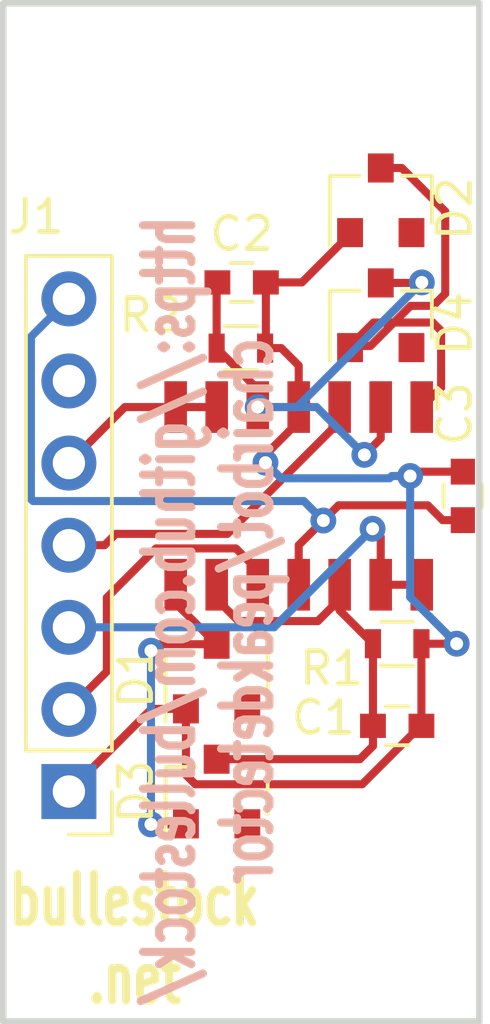
<source format=kicad_pcb>
(kicad_pcb (version 20171130) (host pcbnew 5.0.0-fee4fd1~66~ubuntu16.04.1)

  (general
    (thickness 1.6)
    (drawings 7)
    (tracks 118)
    (zones 0)
    (modules 13)
    (nets 11)
  )

  (page A4)
  (layers
    (0 F.Cu signal)
    (31 B.Cu signal)
    (32 B.Adhes user)
    (33 F.Adhes user)
    (34 B.Paste user)
    (35 F.Paste user)
    (36 B.SilkS user)
    (37 F.SilkS user)
    (38 B.Mask user)
    (39 F.Mask user)
    (40 Dwgs.User user)
    (41 Cmts.User user)
    (42 Eco1.User user)
    (43 Eco2.User user)
    (44 Edge.Cuts user)
    (45 Margin user)
    (46 B.CrtYd user)
    (47 F.CrtYd user)
    (48 B.Fab user)
    (49 F.Fab user)
  )

  (setup
    (last_trace_width 0.25)
    (trace_clearance 0.2)
    (zone_clearance 0.508)
    (zone_45_only no)
    (trace_min 0.2)
    (segment_width 0.2)
    (edge_width 0.15)
    (via_size 0.8)
    (via_drill 0.4)
    (via_min_size 0.4)
    (via_min_drill 0.3)
    (uvia_size 0.3)
    (uvia_drill 0.1)
    (uvias_allowed no)
    (uvia_min_size 0.2)
    (uvia_min_drill 0.1)
    (pcb_text_width 0.3)
    (pcb_text_size 1.5 1.5)
    (mod_edge_width 0.15)
    (mod_text_size 1 1)
    (mod_text_width 0.15)
    (pad_size 1.524 1.524)
    (pad_drill 0.762)
    (pad_to_mask_clearance 0.2)
    (aux_axis_origin 0 0)
    (visible_elements FFFFFF7F)
    (pcbplotparams
      (layerselection 0x010fc_ffffffff)
      (usegerberextensions false)
      (usegerberattributes false)
      (usegerberadvancedattributes false)
      (creategerberjobfile false)
      (excludeedgelayer true)
      (linewidth 0.100000)
      (plotframeref false)
      (viasonmask false)
      (mode 1)
      (useauxorigin false)
      (hpglpennumber 1)
      (hpglpenspeed 20)
      (hpglpendiameter 15.000000)
      (psnegative false)
      (psa4output false)
      (plotreference true)
      (plotvalue true)
      (plotinvisibletext false)
      (padsonsilk false)
      (subtractmaskfromsilk false)
      (outputformat 1)
      (mirror false)
      (drillshape 1)
      (scaleselection 1)
      (outputdirectory ""))
  )

  (net 0 "")
  (net 1 "Net-(C1-Pad1)")
  (net 2 GND)
  (net 3 "Net-(C2-Pad1)")
  (net 4 +5V)
  (net 5 "Net-(D1-Pad1)")
  (net 6 "Net-(D2-Pad1)")
  (net 7 "Net-(J1-Pad5)")
  (net 8 "Net-(J1-Pad4)")
  (net 9 "Net-(J1-Pad3)")
  (net 10 "Net-(J1-Pad2)")

  (net_class Default "This is the default net class."
    (clearance 0.2)
    (trace_width 0.25)
    (via_dia 0.8)
    (via_drill 0.4)
    (uvia_dia 0.3)
    (uvia_drill 0.1)
    (add_net +5V)
    (add_net GND)
    (add_net "Net-(C1-Pad1)")
    (add_net "Net-(C2-Pad1)")
    (add_net "Net-(D1-Pad1)")
    (add_net "Net-(D2-Pad1)")
    (add_net "Net-(J1-Pad2)")
    (add_net "Net-(J1-Pad3)")
    (add_net "Net-(J1-Pad4)")
    (add_net "Net-(J1-Pad5)")
  )

  (module Capacitors_SMD:C_0603 (layer F.Cu) (tedit 5B76F78A) (tstamp 5B76F2FA)
    (at 155.956 113.284)
    (descr "Capacitor SMD 0603, reflow soldering, AVX (see smccp.pdf)")
    (tags "capacitor 0603")
    (path /5B76ED30)
    (attr smd)
    (fp_text reference C1 (at -2.286 -0.254) (layer F.SilkS)
      (effects (font (size 1 1) (thickness 0.15)))
    )
    (fp_text value 220n (at 0 1.5) (layer F.Fab) hide
      (effects (font (size 1 1) (thickness 0.15)))
    )
    (fp_text user %R (at 0 0) (layer F.Fab)
      (effects (font (size 0.3 0.3) (thickness 0.075)))
    )
    (fp_line (start -0.8 0.4) (end -0.8 -0.4) (layer F.Fab) (width 0.1))
    (fp_line (start 0.8 0.4) (end -0.8 0.4) (layer F.Fab) (width 0.1))
    (fp_line (start 0.8 -0.4) (end 0.8 0.4) (layer F.Fab) (width 0.1))
    (fp_line (start -0.8 -0.4) (end 0.8 -0.4) (layer F.Fab) (width 0.1))
    (fp_line (start -0.35 -0.6) (end 0.35 -0.6) (layer F.SilkS) (width 0.12))
    (fp_line (start 0.35 0.6) (end -0.35 0.6) (layer F.SilkS) (width 0.12))
    (fp_line (start -1.4 -0.65) (end 1.4 -0.65) (layer F.CrtYd) (width 0.05))
    (fp_line (start -1.4 -0.65) (end -1.4 0.65) (layer F.CrtYd) (width 0.05))
    (fp_line (start 1.4 0.65) (end 1.4 -0.65) (layer F.CrtYd) (width 0.05))
    (fp_line (start 1.4 0.65) (end -1.4 0.65) (layer F.CrtYd) (width 0.05))
    (pad 1 smd rect (at -0.75 0) (size 0.8 0.75) (layers F.Cu F.Paste F.Mask)
      (net 1 "Net-(C1-Pad1)"))
    (pad 2 smd rect (at 0.75 0) (size 0.8 0.75) (layers F.Cu F.Paste F.Mask)
      (net 2 GND))
    (model Capacitors_SMD.3dshapes/C_0603.wrl
      (at (xyz 0 0 0))
      (scale (xyz 1 1 1))
      (rotate (xyz 0 0 0))
    )
  )

  (module Capacitors_SMD:C_0603 (layer F.Cu) (tedit 59958EE7) (tstamp 5B773703)
    (at 151.142 99.568)
    (descr "Capacitor SMD 0603, reflow soldering, AVX (see smccp.pdf)")
    (tags "capacitor 0603")
    (path /5B7719CF)
    (attr smd)
    (fp_text reference C2 (at 0 -1.5) (layer F.SilkS)
      (effects (font (size 1 1) (thickness 0.15)))
    )
    (fp_text value 220n (at 0 1.5) (layer F.Fab)
      (effects (font (size 1 1) (thickness 0.15)))
    )
    (fp_text user %R (at 0.242 0) (layer F.Fab)
      (effects (font (size 0.3 0.3) (thickness 0.075)))
    )
    (fp_line (start -0.8 0.4) (end -0.8 -0.4) (layer F.Fab) (width 0.1))
    (fp_line (start 0.8 0.4) (end -0.8 0.4) (layer F.Fab) (width 0.1))
    (fp_line (start 0.8 -0.4) (end 0.8 0.4) (layer F.Fab) (width 0.1))
    (fp_line (start -0.8 -0.4) (end 0.8 -0.4) (layer F.Fab) (width 0.1))
    (fp_line (start -0.35 -0.6) (end 0.35 -0.6) (layer F.SilkS) (width 0.12))
    (fp_line (start 0.35 0.6) (end -0.35 0.6) (layer F.SilkS) (width 0.12))
    (fp_line (start -1.4 -0.65) (end 1.4 -0.65) (layer F.CrtYd) (width 0.05))
    (fp_line (start -1.4 -0.65) (end -1.4 0.65) (layer F.CrtYd) (width 0.05))
    (fp_line (start 1.4 0.65) (end 1.4 -0.65) (layer F.CrtYd) (width 0.05))
    (fp_line (start 1.4 0.65) (end -1.4 0.65) (layer F.CrtYd) (width 0.05))
    (pad 1 smd rect (at -0.75 0) (size 0.8 0.75) (layers F.Cu F.Paste F.Mask)
      (net 3 "Net-(C2-Pad1)"))
    (pad 2 smd rect (at 0.75 0) (size 0.8 0.75) (layers F.Cu F.Paste F.Mask)
      (net 2 GND))
    (model Capacitors_SMD.3dshapes/C_0603.wrl
      (at (xyz 0 0 0))
      (scale (xyz 1 1 1))
      (rotate (xyz 0 0 0))
    )
  )

  (module Capacitors_SMD:C_0603 (layer F.Cu) (tedit 5B76F73A) (tstamp 5B76F31C)
    (at 157.988 106.172 90)
    (descr "Capacitor SMD 0603, reflow soldering, AVX (see smccp.pdf)")
    (tags "capacitor 0603")
    (path /5B76F5D9)
    (attr smd)
    (fp_text reference C3 (at 2.54 -0.254 90) (layer F.SilkS)
      (effects (font (size 1 1) (thickness 0.15)))
    )
    (fp_text value 220n (at 3.302 0 90) (layer F.Fab) hide
      (effects (font (size 1 1) (thickness 0.15)))
    )
    (fp_line (start 1.4 0.65) (end -1.4 0.65) (layer F.CrtYd) (width 0.05))
    (fp_line (start 1.4 0.65) (end 1.4 -0.65) (layer F.CrtYd) (width 0.05))
    (fp_line (start -1.4 -0.65) (end -1.4 0.65) (layer F.CrtYd) (width 0.05))
    (fp_line (start -1.4 -0.65) (end 1.4 -0.65) (layer F.CrtYd) (width 0.05))
    (fp_line (start 0.35 0.6) (end -0.35 0.6) (layer F.SilkS) (width 0.12))
    (fp_line (start -0.35 -0.6) (end 0.35 -0.6) (layer F.SilkS) (width 0.12))
    (fp_line (start -0.8 -0.4) (end 0.8 -0.4) (layer F.Fab) (width 0.1))
    (fp_line (start 0.8 -0.4) (end 0.8 0.4) (layer F.Fab) (width 0.1))
    (fp_line (start 0.8 0.4) (end -0.8 0.4) (layer F.Fab) (width 0.1))
    (fp_line (start -0.8 0.4) (end -0.8 -0.4) (layer F.Fab) (width 0.1))
    (fp_text user %R (at 0 0 90) (layer F.Fab)
      (effects (font (size 0.3 0.3) (thickness 0.075)))
    )
    (pad 2 smd rect (at 0.75 0 90) (size 0.8 0.75) (layers F.Cu F.Paste F.Mask)
      (net 2 GND))
    (pad 1 smd rect (at -0.75 0 90) (size 0.8 0.75) (layers F.Cu F.Paste F.Mask)
      (net 4 +5V))
    (model Capacitors_SMD.3dshapes/C_0603.wrl
      (at (xyz 0 0 0))
      (scale (xyz 1 1 1))
      (rotate (xyz 0 0 0))
    )
  )

  (module Diodes_SMD:D_SOT-23_ANK (layer F.Cu) (tedit 5B76F72E) (tstamp 5B76F336)
    (at 150.368 111.76 90)
    (descr "SOT-23, Single Diode")
    (tags SOT-23)
    (path /5B76EC56)
    (attr smd)
    (fp_text reference D1 (at 0 -2.5 90) (layer F.SilkS)
      (effects (font (size 1 1) (thickness 0.15)))
    )
    (fp_text value BAT54 (at 0 2.5 90) (layer F.Fab) hide
      (effects (font (size 1 1) (thickness 0.15)))
    )
    (fp_line (start 0.76 1.58) (end -0.7 1.58) (layer F.SilkS) (width 0.12))
    (fp_line (start -0.7 -1.52) (end -0.7 1.52) (layer F.Fab) (width 0.1))
    (fp_line (start -0.7 -1.52) (end 0.7 -1.52) (layer F.Fab) (width 0.1))
    (fp_line (start 0.76 -1.58) (end -1.4 -1.58) (layer F.SilkS) (width 0.12))
    (fp_line (start -1.7 1.75) (end -1.7 -1.75) (layer F.CrtYd) (width 0.05))
    (fp_line (start 1.7 1.75) (end -1.7 1.75) (layer F.CrtYd) (width 0.05))
    (fp_line (start 1.7 -1.75) (end 1.7 1.75) (layer F.CrtYd) (width 0.05))
    (fp_line (start -1.7 -1.75) (end 1.7 -1.75) (layer F.CrtYd) (width 0.05))
    (fp_line (start -0.7 1.52) (end 0.7 1.52) (layer F.Fab) (width 0.1))
    (fp_line (start 0.7 -1.52) (end 0.7 1.52) (layer F.Fab) (width 0.1))
    (fp_line (start 0.76 -1.58) (end 0.76 -0.65) (layer F.SilkS) (width 0.12))
    (fp_line (start 0.76 1.58) (end 0.76 0.65) (layer F.SilkS) (width 0.12))
    (fp_line (start 0.15 -0.65) (end 0.15 -0.25) (layer F.Fab) (width 0.1))
    (fp_line (start 0.15 -0.45) (end 0.4 -0.45) (layer F.Fab) (width 0.1))
    (fp_line (start 0.15 -0.45) (end -0.15 -0.65) (layer F.Fab) (width 0.1))
    (fp_line (start -0.15 -0.65) (end -0.15 -0.25) (layer F.Fab) (width 0.1))
    (fp_line (start -0.15 -0.25) (end 0.15 -0.45) (layer F.Fab) (width 0.1))
    (fp_line (start -0.15 -0.45) (end -0.4 -0.45) (layer F.Fab) (width 0.1))
    (fp_text user %R (at 0 -2.5 90) (layer F.Fab)
      (effects (font (size 1 1) (thickness 0.15)))
    )
    (pad 1 smd rect (at 1 0 90) (size 0.9 0.8) (layers F.Cu F.Paste F.Mask)
      (net 5 "Net-(D1-Pad1)"))
    (pad "" smd rect (at -1 0.95 90) (size 0.9 0.8) (layers F.Cu F.Paste F.Mask))
    (pad 2 smd rect (at -1 -0.95 90) (size 0.9 0.8) (layers F.Cu F.Paste F.Mask)
      (net 2 GND))
    (model ${KISYS3DMOD}/Diodes_SMD.3dshapes/D_SOT-23.wrl
      (at (xyz 0 0 0))
      (scale (xyz 1 1 1))
      (rotate (xyz 0 0 0))
    )
  )

  (module Diodes_SMD:D_SOT-23_ANK (layer F.Cu) (tedit 5B76F74B) (tstamp 5B76F350)
    (at 155.448 97.028 90)
    (descr "SOT-23, Single Diode")
    (tags SOT-23)
    (path /5B7715B3)
    (attr smd)
    (fp_text reference D2 (at -0.254 2.286 90) (layer F.SilkS)
      (effects (font (size 1 1) (thickness 0.15)))
    )
    (fp_text value BAT54 (at 0 2.5 90) (layer F.Fab) hide
      (effects (font (size 1 1) (thickness 0.15)))
    )
    (fp_text user %R (at -0.508 2.54 90) (layer F.Fab)
      (effects (font (size 1 1) (thickness 0.15)))
    )
    (fp_line (start -0.15 -0.45) (end -0.4 -0.45) (layer F.Fab) (width 0.1))
    (fp_line (start -0.15 -0.25) (end 0.15 -0.45) (layer F.Fab) (width 0.1))
    (fp_line (start -0.15 -0.65) (end -0.15 -0.25) (layer F.Fab) (width 0.1))
    (fp_line (start 0.15 -0.45) (end -0.15 -0.65) (layer F.Fab) (width 0.1))
    (fp_line (start 0.15 -0.45) (end 0.4 -0.45) (layer F.Fab) (width 0.1))
    (fp_line (start 0.15 -0.65) (end 0.15 -0.25) (layer F.Fab) (width 0.1))
    (fp_line (start 0.76 1.58) (end 0.76 0.65) (layer F.SilkS) (width 0.12))
    (fp_line (start 0.76 -1.58) (end 0.76 -0.65) (layer F.SilkS) (width 0.12))
    (fp_line (start 0.7 -1.52) (end 0.7 1.52) (layer F.Fab) (width 0.1))
    (fp_line (start -0.7 1.52) (end 0.7 1.52) (layer F.Fab) (width 0.1))
    (fp_line (start -1.7 -1.75) (end 1.7 -1.75) (layer F.CrtYd) (width 0.05))
    (fp_line (start 1.7 -1.75) (end 1.7 1.75) (layer F.CrtYd) (width 0.05))
    (fp_line (start 1.7 1.75) (end -1.7 1.75) (layer F.CrtYd) (width 0.05))
    (fp_line (start -1.7 1.75) (end -1.7 -1.75) (layer F.CrtYd) (width 0.05))
    (fp_line (start 0.76 -1.58) (end -1.4 -1.58) (layer F.SilkS) (width 0.12))
    (fp_line (start -0.7 -1.52) (end 0.7 -1.52) (layer F.Fab) (width 0.1))
    (fp_line (start -0.7 -1.52) (end -0.7 1.52) (layer F.Fab) (width 0.1))
    (fp_line (start 0.76 1.58) (end -0.7 1.58) (layer F.SilkS) (width 0.12))
    (pad 2 smd rect (at -1 -0.95 90) (size 0.9 0.8) (layers F.Cu F.Paste F.Mask)
      (net 2 GND))
    (pad "" smd rect (at -1 0.95 90) (size 0.9 0.8) (layers F.Cu F.Paste F.Mask))
    (pad 1 smd rect (at 1 0 90) (size 0.9 0.8) (layers F.Cu F.Paste F.Mask)
      (net 6 "Net-(D2-Pad1)"))
    (model ${KISYS3DMOD}/Diodes_SMD.3dshapes/D_SOT-23.wrl
      (at (xyz 0 0 0))
      (scale (xyz 1 1 1))
      (rotate (xyz 0 0 0))
    )
  )

  (module Diodes_SMD:D_SOT-23_ANK (layer F.Cu) (tedit 5B76F728) (tstamp 5B76F36A)
    (at 150.368 115.316 90)
    (descr "SOT-23, Single Diode")
    (tags SOT-23)
    (path /5B76ECC1)
    (attr smd)
    (fp_text reference D3 (at 0 -2.5 90) (layer F.SilkS)
      (effects (font (size 1 1) (thickness 0.15)))
    )
    (fp_text value BAT54 (at 0 2.5 90) (layer F.Fab) hide
      (effects (font (size 1 1) (thickness 0.15)))
    )
    (fp_text user %R (at 0 -2.5 90) (layer F.Fab)
      (effects (font (size 1 1) (thickness 0.15)))
    )
    (fp_line (start -0.15 -0.45) (end -0.4 -0.45) (layer F.Fab) (width 0.1))
    (fp_line (start -0.15 -0.25) (end 0.15 -0.45) (layer F.Fab) (width 0.1))
    (fp_line (start -0.15 -0.65) (end -0.15 -0.25) (layer F.Fab) (width 0.1))
    (fp_line (start 0.15 -0.45) (end -0.15 -0.65) (layer F.Fab) (width 0.1))
    (fp_line (start 0.15 -0.45) (end 0.4 -0.45) (layer F.Fab) (width 0.1))
    (fp_line (start 0.15 -0.65) (end 0.15 -0.25) (layer F.Fab) (width 0.1))
    (fp_line (start 0.76 1.58) (end 0.76 0.65) (layer F.SilkS) (width 0.12))
    (fp_line (start 0.76 -1.58) (end 0.76 -0.65) (layer F.SilkS) (width 0.12))
    (fp_line (start 0.7 -1.52) (end 0.7 1.52) (layer F.Fab) (width 0.1))
    (fp_line (start -0.7 1.52) (end 0.7 1.52) (layer F.Fab) (width 0.1))
    (fp_line (start -1.7 -1.75) (end 1.7 -1.75) (layer F.CrtYd) (width 0.05))
    (fp_line (start 1.7 -1.75) (end 1.7 1.75) (layer F.CrtYd) (width 0.05))
    (fp_line (start 1.7 1.75) (end -1.7 1.75) (layer F.CrtYd) (width 0.05))
    (fp_line (start -1.7 1.75) (end -1.7 -1.75) (layer F.CrtYd) (width 0.05))
    (fp_line (start 0.76 -1.58) (end -1.4 -1.58) (layer F.SilkS) (width 0.12))
    (fp_line (start -0.7 -1.52) (end 0.7 -1.52) (layer F.Fab) (width 0.1))
    (fp_line (start -0.7 -1.52) (end -0.7 1.52) (layer F.Fab) (width 0.1))
    (fp_line (start 0.76 1.58) (end -0.7 1.58) (layer F.SilkS) (width 0.12))
    (pad 2 smd rect (at -1 -0.95 90) (size 0.9 0.8) (layers F.Cu F.Paste F.Mask)
      (net 5 "Net-(D1-Pad1)"))
    (pad "" smd rect (at -1 0.95 90) (size 0.9 0.8) (layers F.Cu F.Paste F.Mask))
    (pad 1 smd rect (at 1 0 90) (size 0.9 0.8) (layers F.Cu F.Paste F.Mask)
      (net 1 "Net-(C1-Pad1)"))
    (model ${KISYS3DMOD}/Diodes_SMD.3dshapes/D_SOT-23.wrl
      (at (xyz 0 0 0))
      (scale (xyz 1 1 1))
      (rotate (xyz 0 0 0))
    )
  )

  (module Diodes_SMD:D_SOT-23_ANK (layer F.Cu) (tedit 5B76F71B) (tstamp 5B76F384)
    (at 155.448 100.584 90)
    (descr "SOT-23, Single Diode")
    (tags SOT-23)
    (path /5B771542)
    (attr smd)
    (fp_text reference D4 (at -0.254 2.286 90) (layer F.SilkS)
      (effects (font (size 1 1) (thickness 0.15)))
    )
    (fp_text value BAT54 (at 0 2.5 90) (layer F.Fab) hide
      (effects (font (size 1 1) (thickness 0.15)))
    )
    (fp_line (start 0.76 1.58) (end -0.7 1.58) (layer F.SilkS) (width 0.12))
    (fp_line (start -0.7 -1.52) (end -0.7 1.52) (layer F.Fab) (width 0.1))
    (fp_line (start -0.7 -1.52) (end 0.7 -1.52) (layer F.Fab) (width 0.1))
    (fp_line (start 0.76 -1.58) (end -1.4 -1.58) (layer F.SilkS) (width 0.12))
    (fp_line (start -1.7 1.75) (end -1.7 -1.75) (layer F.CrtYd) (width 0.05))
    (fp_line (start 1.7 1.75) (end -1.7 1.75) (layer F.CrtYd) (width 0.05))
    (fp_line (start 1.7 -1.75) (end 1.7 1.75) (layer F.CrtYd) (width 0.05))
    (fp_line (start -1.7 -1.75) (end 1.7 -1.75) (layer F.CrtYd) (width 0.05))
    (fp_line (start -0.7 1.52) (end 0.7 1.52) (layer F.Fab) (width 0.1))
    (fp_line (start 0.7 -1.52) (end 0.7 1.52) (layer F.Fab) (width 0.1))
    (fp_line (start 0.76 -1.58) (end 0.76 -0.65) (layer F.SilkS) (width 0.12))
    (fp_line (start 0.76 1.58) (end 0.76 0.65) (layer F.SilkS) (width 0.12))
    (fp_line (start 0.15 -0.65) (end 0.15 -0.25) (layer F.Fab) (width 0.1))
    (fp_line (start 0.15 -0.45) (end 0.4 -0.45) (layer F.Fab) (width 0.1))
    (fp_line (start 0.15 -0.45) (end -0.15 -0.65) (layer F.Fab) (width 0.1))
    (fp_line (start -0.15 -0.65) (end -0.15 -0.25) (layer F.Fab) (width 0.1))
    (fp_line (start -0.15 -0.25) (end 0.15 -0.45) (layer F.Fab) (width 0.1))
    (fp_line (start -0.15 -0.45) (end -0.4 -0.45) (layer F.Fab) (width 0.1))
    (fp_text user %R (at -0.254 2.54 90) (layer F.Fab)
      (effects (font (size 1 1) (thickness 0.15)))
    )
    (pad 1 smd rect (at 1 0 90) (size 0.9 0.8) (layers F.Cu F.Paste F.Mask)
      (net 3 "Net-(C2-Pad1)"))
    (pad "" smd rect (at -1 0.95 90) (size 0.9 0.8) (layers F.Cu F.Paste F.Mask))
    (pad 2 smd rect (at -1 -0.95 90) (size 0.9 0.8) (layers F.Cu F.Paste F.Mask)
      (net 6 "Net-(D2-Pad1)"))
    (model ${KISYS3DMOD}/Diodes_SMD.3dshapes/D_SOT-23.wrl
      (at (xyz 0 0 0))
      (scale (xyz 1 1 1))
      (rotate (xyz 0 0 0))
    )
  )

  (module Pin_Headers:Pin_Header_Straight_1x07_Pitch2.54mm (layer F.Cu) (tedit 5B76F6F3) (tstamp 5B76F39F)
    (at 145.796 115.316 180)
    (descr "Through hole straight pin header, 1x07, 2.54mm pitch, single row")
    (tags "Through hole pin header THT 1x07 2.54mm single row")
    (path /5B76FB68)
    (fp_text reference J1 (at 1.016 17.78 180) (layer F.SilkS)
      (effects (font (size 1 1) (thickness 0.15)))
    )
    (fp_text value Conn_01x07_Male (at 0 17.57 180) (layer F.Fab) hide
      (effects (font (size 1 1) (thickness 0.15)))
    )
    (fp_text user %R (at 0 7.62 270) (layer F.Fab)
      (effects (font (size 1 1) (thickness 0.15)))
    )
    (fp_line (start 1.8 -1.8) (end -1.8 -1.8) (layer F.CrtYd) (width 0.05))
    (fp_line (start 1.8 17.05) (end 1.8 -1.8) (layer F.CrtYd) (width 0.05))
    (fp_line (start -1.8 17.05) (end 1.8 17.05) (layer F.CrtYd) (width 0.05))
    (fp_line (start -1.8 -1.8) (end -1.8 17.05) (layer F.CrtYd) (width 0.05))
    (fp_line (start -1.33 -1.33) (end 0 -1.33) (layer F.SilkS) (width 0.12))
    (fp_line (start -1.33 0) (end -1.33 -1.33) (layer F.SilkS) (width 0.12))
    (fp_line (start -1.33 1.27) (end 1.33 1.27) (layer F.SilkS) (width 0.12))
    (fp_line (start 1.33 1.27) (end 1.33 16.57) (layer F.SilkS) (width 0.12))
    (fp_line (start -1.33 1.27) (end -1.33 16.57) (layer F.SilkS) (width 0.12))
    (fp_line (start -1.33 16.57) (end 1.33 16.57) (layer F.SilkS) (width 0.12))
    (fp_line (start -1.27 -0.635) (end -0.635 -1.27) (layer F.Fab) (width 0.1))
    (fp_line (start -1.27 16.51) (end -1.27 -0.635) (layer F.Fab) (width 0.1))
    (fp_line (start 1.27 16.51) (end -1.27 16.51) (layer F.Fab) (width 0.1))
    (fp_line (start 1.27 -1.27) (end 1.27 16.51) (layer F.Fab) (width 0.1))
    (fp_line (start -0.635 -1.27) (end 1.27 -1.27) (layer F.Fab) (width 0.1))
    (pad 7 thru_hole oval (at 0 15.24 180) (size 1.7 1.7) (drill 1) (layers *.Cu *.Mask)
      (net 4 +5V))
    (pad 6 thru_hole oval (at 0 12.7 180) (size 1.7 1.7) (drill 1) (layers *.Cu *.Mask))
    (pad 5 thru_hole oval (at 0 10.16 180) (size 1.7 1.7) (drill 1) (layers *.Cu *.Mask)
      (net 7 "Net-(J1-Pad5)"))
    (pad 4 thru_hole oval (at 0 7.62 180) (size 1.7 1.7) (drill 1) (layers *.Cu *.Mask)
      (net 8 "Net-(J1-Pad4)"))
    (pad 3 thru_hole oval (at 0 5.08 180) (size 1.7 1.7) (drill 1) (layers *.Cu *.Mask)
      (net 9 "Net-(J1-Pad3)"))
    (pad 2 thru_hole oval (at 0 2.54 180) (size 1.7 1.7) (drill 1) (layers *.Cu *.Mask)
      (net 10 "Net-(J1-Pad2)"))
    (pad 1 thru_hole rect (at 0 0 180) (size 1.7 1.7) (drill 1) (layers *.Cu *.Mask)
      (net 2 GND))
    (model ${KISYS3DMOD}/Pin_Headers.3dshapes/Pin_Header_Straight_1x07_Pitch2.54mm.wrl
      (at (xyz 0 0 0))
      (scale (xyz 1 1 1))
      (rotate (xyz 0 0 0))
    )
  )

  (module Resistors_SMD:R_0603 (layer F.Cu) (tedit 5B76F778) (tstamp 5B76F3B0)
    (at 155.956 110.744)
    (descr "Resistor SMD 0603, reflow soldering, Vishay (see dcrcw.pdf)")
    (tags "resistor 0603")
    (path /5B76ED9A)
    (attr smd)
    (fp_text reference R1 (at -2.032 0.762) (layer F.SilkS)
      (effects (font (size 1 1) (thickness 0.15)))
    )
    (fp_text value 100K (at 0 1.5) (layer F.Fab) hide
      (effects (font (size 1 1) (thickness 0.15)))
    )
    (fp_line (start 1.25 0.7) (end -1.25 0.7) (layer F.CrtYd) (width 0.05))
    (fp_line (start 1.25 0.7) (end 1.25 -0.7) (layer F.CrtYd) (width 0.05))
    (fp_line (start -1.25 -0.7) (end -1.25 0.7) (layer F.CrtYd) (width 0.05))
    (fp_line (start -1.25 -0.7) (end 1.25 -0.7) (layer F.CrtYd) (width 0.05))
    (fp_line (start -0.5 -0.68) (end 0.5 -0.68) (layer F.SilkS) (width 0.12))
    (fp_line (start 0.5 0.68) (end -0.5 0.68) (layer F.SilkS) (width 0.12))
    (fp_line (start -0.8 -0.4) (end 0.8 -0.4) (layer F.Fab) (width 0.1))
    (fp_line (start 0.8 -0.4) (end 0.8 0.4) (layer F.Fab) (width 0.1))
    (fp_line (start 0.8 0.4) (end -0.8 0.4) (layer F.Fab) (width 0.1))
    (fp_line (start -0.8 0.4) (end -0.8 -0.4) (layer F.Fab) (width 0.1))
    (fp_text user %R (at 0 0) (layer F.Fab)
      (effects (font (size 0.4 0.4) (thickness 0.075)))
    )
    (pad 2 smd rect (at 0.75 0) (size 0.5 0.9) (layers F.Cu F.Paste F.Mask)
      (net 2 GND))
    (pad 1 smd rect (at -0.75 0) (size 0.5 0.9) (layers F.Cu F.Paste F.Mask)
      (net 1 "Net-(C1-Pad1)"))
    (model ${KISYS3DMOD}/Resistors_SMD.3dshapes/R_0603.wrl
      (at (xyz 0 0 0))
      (scale (xyz 1 1 1))
      (rotate (xyz 0 0 0))
    )
  )

  (module Resistors_SMD:R_0603 (layer F.Cu) (tedit 58E0A804) (tstamp 5B76F3C1)
    (at 151.118 101.6)
    (descr "Resistor SMD 0603, reflow soldering, Vishay (see dcrcw.pdf)")
    (tags "resistor 0603")
    (path /5B771A39)
    (attr smd)
    (fp_text reference R2 (at -2.782 -1.016) (layer F.SilkS)
      (effects (font (size 1 1) (thickness 0.15)))
    )
    (fp_text value 100K (at 0 1.5) (layer F.Fab)
      (effects (font (size 1 1) (thickness 0.15)))
    )
    (fp_text user %R (at 0 0) (layer F.Fab)
      (effects (font (size 0.4 0.4) (thickness 0.075)))
    )
    (fp_line (start -0.8 0.4) (end -0.8 -0.4) (layer F.Fab) (width 0.1))
    (fp_line (start 0.8 0.4) (end -0.8 0.4) (layer F.Fab) (width 0.1))
    (fp_line (start 0.8 -0.4) (end 0.8 0.4) (layer F.Fab) (width 0.1))
    (fp_line (start -0.8 -0.4) (end 0.8 -0.4) (layer F.Fab) (width 0.1))
    (fp_line (start 0.5 0.68) (end -0.5 0.68) (layer F.SilkS) (width 0.12))
    (fp_line (start -0.5 -0.68) (end 0.5 -0.68) (layer F.SilkS) (width 0.12))
    (fp_line (start -1.25 -0.7) (end 1.25 -0.7) (layer F.CrtYd) (width 0.05))
    (fp_line (start -1.25 -0.7) (end -1.25 0.7) (layer F.CrtYd) (width 0.05))
    (fp_line (start 1.25 0.7) (end 1.25 -0.7) (layer F.CrtYd) (width 0.05))
    (fp_line (start 1.25 0.7) (end -1.25 0.7) (layer F.CrtYd) (width 0.05))
    (pad 1 smd rect (at -0.75 0) (size 0.5 0.9) (layers F.Cu F.Paste F.Mask)
      (net 3 "Net-(C2-Pad1)"))
    (pad 2 smd rect (at 0.75 0) (size 0.5 0.9) (layers F.Cu F.Paste F.Mask)
      (net 2 GND))
    (model ${KISYS3DMOD}/Resistors_SMD.3dshapes/R_0603.wrl
      (at (xyz 0 0 0))
      (scale (xyz 1 1 1))
      (rotate (xyz 0 0 0))
    )
  )

  (module peakdetector:SOP14 (layer F.Cu) (tedit 597B5A13) (tstamp 5B76F3DB)
    (at 152.908 106.172)
    (path /5B77019C)
    (fp_text reference U1 (at 0 0.65024) (layer F.Fab)
      (effects (font (size 0.29972 0.29972) (thickness 0.07493)))
    )
    (fp_text value TL074 (at 0 0) (layer F.Fab)
      (effects (font (size 0.29972 0.29972) (thickness 0.07493)))
    )
    (fp_circle (center -3.70078 1.34874) (end -3.50012 1.45034) (layer F.Fab) (width 0.381))
    (fp_circle (center -3.70078 1.34874) (end -3.59918 1.39954) (layer F.Fab) (width 0.381))
    (fp_line (start -4.34848 -2.19964) (end -4.23418 -2.19964) (layer F.Fab) (width 0.14986))
    (fp_line (start 4.23418 -2.19964) (end 4.34848 -2.19964) (layer F.Fab) (width 0.14986))
    (fp_line (start 4.34848 -2.19964) (end 4.34848 2.19964) (layer F.Fab) (width 0.14986))
    (fp_line (start -4.34848 2.19964) (end -4.23418 2.19964) (layer F.Fab) (width 0.14986))
    (fp_line (start 4.23418 2.19964) (end 4.34848 2.19964) (layer F.Fab) (width 0.14986))
    (fp_line (start -4.34848 -2.19964) (end -4.34848 2.19964) (layer F.Fab) (width 0.14986))
    (pad 1 smd rect (at -3.80746 2.74828 180) (size 0.6985 1.59766) (layers F.Cu F.Paste F.Mask)
      (net 5 "Net-(D1-Pad1)"))
    (pad 2 smd rect (at -2.53746 2.74828 180) (size 0.6985 1.59766) (layers F.Cu F.Paste F.Mask)
      (net 1 "Net-(C1-Pad1)"))
    (pad 3 smd rect (at -1.26746 2.74828 180) (size 0.6985 1.59766) (layers F.Cu F.Paste F.Mask)
      (net 10 "Net-(J1-Pad2)"))
    (pad 4 smd rect (at 0 2.74828 180) (size 0.6985 1.59766) (layers F.Cu F.Paste F.Mask)
      (net 4 +5V))
    (pad 5 smd rect (at 1.26746 2.74828 180) (size 0.6985 1.59766) (layers F.Cu F.Paste F.Mask)
      (net 1 "Net-(C1-Pad1)"))
    (pad 6 smd rect (at 2.53746 2.74828 180) (size 0.6985 1.59766) (layers F.Cu F.Paste F.Mask)
      (net 9 "Net-(J1-Pad3)"))
    (pad 7 smd rect (at 3.80746 2.74828 180) (size 0.6985 1.59766) (layers F.Cu F.Paste F.Mask)
      (net 9 "Net-(J1-Pad3)"))
    (pad 8 smd rect (at 3.80746 -2.74828) (size 0.6985 1.59766) (layers F.Cu F.Paste F.Mask)
      (net 6 "Net-(D2-Pad1)"))
    (pad 9 smd rect (at 2.53746 -2.74828) (size 0.6985 1.59766) (layers F.Cu F.Paste F.Mask)
      (net 3 "Net-(C2-Pad1)"))
    (pad 10 smd rect (at 1.26746 -2.74828) (size 0.6985 1.59766) (layers F.Cu F.Paste F.Mask)
      (net 8 "Net-(J1-Pad4)"))
    (pad 11 smd rect (at 0 -2.74828) (size 0.6985 1.59766) (layers F.Cu F.Paste F.Mask)
      (net 2 GND))
    (pad 12 smd rect (at -1.26746 -2.74828) (size 0.6985 1.59766) (layers F.Cu F.Paste F.Mask)
      (net 3 "Net-(C2-Pad1)"))
    (pad 13 smd rect (at -2.53746 -2.74828) (size 0.6985 1.59766) (layers F.Cu F.Paste F.Mask)
      (net 7 "Net-(J1-Pad5)"))
    (pad 14 smd rect (at -3.80746 -2.74828) (size 0.6985 1.59766) (layers F.Cu F.Paste F.Mask)
      (net 7 "Net-(J1-Pad5)"))
    (model Housings_SOIC/SOIC-14_3.9x8.7mm_Pitch1.27mm.wrl
      (at (xyz 0 0 0))
      (scale (xyz 1 1 1))
      (rotate (xyz 0 0 -90))
    )
  )

  (module Mounting_Holes:MountingHole_3.2mm_M3 (layer F.Cu) (tedit 5B76F785) (tstamp 5B773875)
    (at 154.94 118.872)
    (descr "Mounting Hole 3.2mm, no annular, M3")
    (tags "mounting hole 3.2mm no annular m3")
    (attr virtual)
    (fp_text reference REF** (at 0 -4.2) (layer F.SilkS) hide
      (effects (font (size 1 1) (thickness 0.15)))
    )
    (fp_text value MountingHole_3.2mm_M3 (at 0 4.2) (layer F.Fab) hide
      (effects (font (size 1 1) (thickness 0.15)))
    )
    (fp_text user %R (at 0.3 0) (layer F.Fab)
      (effects (font (size 1 1) (thickness 0.15)))
    )
    (fp_circle (center 0 0) (end 3.2 0) (layer Cmts.User) (width 0.15))
    (fp_circle (center 0 0) (end 3.45 0) (layer F.CrtYd) (width 0.05))
    (pad 1 np_thru_hole circle (at 0 0) (size 3.2 3.2) (drill 3.2) (layers *.Cu *.Mask))
  )

  (module Mounting_Holes:MountingHole_3.2mm_M3 (layer F.Cu) (tedit 5B76F700) (tstamp 5B77387A)
    (at 148.844 94.488)
    (descr "Mounting Hole 3.2mm, no annular, M3")
    (tags "mounting hole 3.2mm no annular m3")
    (attr virtual)
    (fp_text reference REF** (at 0 -4.2) (layer F.SilkS) hide
      (effects (font (size 1 1) (thickness 0.15)))
    )
    (fp_text value MountingHole_3.2mm_M3 (at 0 4.2) (layer F.Fab) hide
      (effects (font (size 1 1) (thickness 0.15)))
    )
    (fp_text user %R (at 0.3 0) (layer F.Fab)
      (effects (font (size 1 1) (thickness 0.15)))
    )
    (fp_circle (center 0 0) (end 3.2 0) (layer Cmts.User) (width 0.15))
    (fp_circle (center 0 0) (end 3.45 0) (layer F.CrtYd) (width 0.05))
    (pad 1 np_thru_hole circle (at 0 0) (size 3.2 3.2) (drill 3.2) (layers *.Cu *.Mask))
  )

  (gr_text "https://github.com/bullestock/\nchairbot/peakdetector" (at 150.114 109.728 90) (layer B.SilkS)
    (effects (font (size 1.5 1) (thickness 0.25)) (justify mirror))
  )
  (gr_text "bullestock\n.net" (at 147.828 119.888) (layer F.SilkS)
    (effects (font (size 1.5 1) (thickness 0.25)))
  )
  (gr_line (start 143.764 122.428) (end 143.764 90.932) (layer Edge.Cuts) (width 0.2))
  (gr_line (start 158.496 122.428) (end 143.764 122.428) (layer Edge.Cuts) (width 0.2))
  (gr_line (start 158.496 90.932) (end 158.496 122.428) (layer Edge.Cuts) (width 0.2))
  (gr_line (start 157.988 90.932) (end 158.496 90.932) (layer Edge.Cuts) (width 0.2))
  (gr_line (start 143.764 90.932) (end 157.988 90.932) (layer Edge.Cuts) (width 0.2))

  (segment (start 155.206 110.744) (end 155.206 113.284) (width 0.25) (layer F.Cu) (net 1))
  (segment (start 155.206 113.909) (end 155.206 113.284) (width 0.25) (layer F.Cu) (net 1))
  (segment (start 154.799 114.316) (end 155.206 113.909) (width 0.25) (layer F.Cu) (net 1))
  (segment (start 150.368 114.316) (end 154.799 114.316) (width 0.25) (layer F.Cu) (net 1))
  (segment (start 154.17546 109.36986) (end 154.17546 108.92028) (width 0.25) (layer F.Cu) (net 1))
  (segment (start 153.501209 110.044111) (end 154.17546 109.36986) (width 0.25) (layer F.Cu) (net 1))
  (segment (start 151.044791 110.044111) (end 153.501209 110.044111) (width 0.25) (layer F.Cu) (net 1))
  (segment (start 150.37054 109.36986) (end 151.044791 110.044111) (width 0.25) (layer F.Cu) (net 1))
  (segment (start 150.37054 108.92028) (end 150.37054 109.36986) (width 0.25) (layer F.Cu) (net 1))
  (segment (start 154.17546 109.71346) (end 155.206 110.744) (width 0.25) (layer F.Cu) (net 1))
  (segment (start 154.17546 108.92028) (end 154.17546 109.71346) (width 0.25) (layer F.Cu) (net 1))
  (segment (start 148.352 112.76) (end 145.796 115.316) (width 0.25) (layer F.Cu) (net 2))
  (segment (start 149.418 112.76) (end 148.352 112.76) (width 0.25) (layer F.Cu) (net 2))
  (segment (start 156.706 110.744) (end 156.706 113.284) (width 0.25) (layer F.Cu) (net 2))
  (segment (start 152.908 102.14) (end 152.908 102.37489) (width 0.25) (layer F.Cu) (net 2))
  (segment (start 152.908 102.37489) (end 152.908 103.42372) (width 0.25) (layer F.Cu) (net 2))
  (segment (start 152.368 101.6) (end 152.908 102.14) (width 0.25) (layer F.Cu) (net 2))
  (segment (start 151.868 101.6) (end 152.368 101.6) (width 0.25) (layer F.Cu) (net 2))
  (segment (start 151.892 101.576) (end 151.868 101.6) (width 0.25) (layer F.Cu) (net 2))
  (segment (start 151.892 99.568) (end 151.892 101.576) (width 0.25) (layer F.Cu) (net 2))
  (segment (start 154.498 98.078) (end 154.498 98.028) (width 0.25) (layer F.Cu) (net 2))
  (segment (start 153.008 99.568) (end 154.498 98.078) (width 0.25) (layer F.Cu) (net 2))
  (segment (start 151.892 99.568) (end 153.008 99.568) (width 0.25) (layer F.Cu) (net 2))
  (via (at 156.355999 105.555999) (size 0.8) (drill 0.4) (layers F.Cu B.Cu) (net 2))
  (segment (start 158 105.422) (end 158.07099 105.49299) (width 0.25) (layer F.Cu) (net 2))
  (segment (start 157.988 105.422) (end 158 105.422) (width 0.25) (layer F.Cu) (net 2))
  (segment (start 156.489998 105.422) (end 156.355999 105.555999) (width 0.25) (layer F.Cu) (net 2))
  (segment (start 157.988 105.422) (end 156.489998 105.422) (width 0.25) (layer F.Cu) (net 2))
  (via (at 157.796 110.744) (size 0.8) (drill 0.4) (layers F.Cu B.Cu) (net 2))
  (segment (start 156.355999 109.303999) (end 157.796 110.744) (width 0.25) (layer B.Cu) (net 2))
  (segment (start 156.355999 105.555999) (end 156.355999 109.303999) (width 0.25) (layer B.Cu) (net 2))
  (segment (start 157.796 110.744) (end 156.706 110.744) (width 0.25) (layer F.Cu) (net 2))
  (segment (start 154.873999 115.091001) (end 156.681 113.284) (width 0.25) (layer F.Cu) (net 2))
  (segment (start 149.707999 115.091001) (end 154.873999 115.091001) (width 0.25) (layer F.Cu) (net 2))
  (segment (start 149.418 114.801002) (end 149.707999 115.091001) (width 0.25) (layer F.Cu) (net 2))
  (segment (start 156.681 113.284) (end 156.706 113.284) (width 0.25) (layer F.Cu) (net 2))
  (segment (start 149.418 112.76) (end 149.418 114.801002) (width 0.25) (layer F.Cu) (net 2))
  (segment (start 152.908 103.8733) (end 151.87972 104.90158) (width 0.25) (layer F.Cu) (net 2))
  (segment (start 152.908 103.42372) (end 152.908 103.8733) (width 0.25) (layer F.Cu) (net 2))
  (via (at 151.87972 105.14372) (size 0.8) (drill 0.4) (layers F.Cu B.Cu) (net 2))
  (segment (start 151.87972 104.90158) (end 151.87972 105.14372) (width 0.25) (layer F.Cu) (net 2))
  (segment (start 152.363001 105.627001) (end 152.279719 105.543719) (width 0.25) (layer B.Cu) (net 2))
  (segment (start 152.279719 105.543719) (end 151.87972 105.14372) (width 0.25) (layer B.Cu) (net 2))
  (segment (start 155.719312 105.627001) (end 152.363001 105.627001) (width 0.25) (layer B.Cu) (net 2))
  (segment (start 155.790314 105.555999) (end 155.719312 105.627001) (width 0.25) (layer B.Cu) (net 2))
  (segment (start 156.355999 105.555999) (end 155.790314 105.555999) (width 0.25) (layer B.Cu) (net 2))
  (segment (start 150.368 103.42118) (end 150.37054 103.42372) (width 0.25) (layer F.Cu) (net 7))
  (segment (start 150.368 99.592) (end 150.392 99.568) (width 0.25) (layer F.Cu) (net 3))
  (segment (start 150.368 101.6) (end 150.368 99.592) (width 0.25) (layer F.Cu) (net 3))
  (segment (start 151.64054 102.87254) (end 151.64054 103.42372) (width 0.25) (layer F.Cu) (net 3))
  (segment (start 150.368 101.6) (end 151.64054 102.87254) (width 0.25) (layer F.Cu) (net 3))
  (via (at 156.718 99.568) (size 0.8) (drill 0.4) (layers F.Cu B.Cu) (net 3))
  (segment (start 155.448 99.584) (end 156.702 99.584) (width 0.25) (layer F.Cu) (net 3))
  (segment (start 156.702 99.584) (end 156.718 99.568) (width 0.25) (layer F.Cu) (net 3))
  (via (at 151.64054 103.42372) (size 0.8) (drill 0.4) (layers F.Cu B.Cu) (net 3))
  (segment (start 152.86228 103.42372) (end 151.64054 103.42372) (width 0.25) (layer B.Cu) (net 3))
  (segment (start 156.718 99.568) (end 152.86228 103.42372) (width 0.25) (layer B.Cu) (net 3))
  (via (at 154.94 104.902) (size 0.8) (drill 0.4) (layers F.Cu B.Cu) (net 3))
  (segment (start 155.44546 103.42372) (end 155.44546 104.39654) (width 0.25) (layer F.Cu) (net 3))
  (segment (start 155.44546 104.39654) (end 154.94 104.902) (width 0.25) (layer F.Cu) (net 3))
  (segment (start 153.46172 103.42372) (end 151.64054 103.42372) (width 0.25) (layer B.Cu) (net 3))
  (segment (start 154.94 104.902) (end 153.46172 103.42372) (width 0.25) (layer B.Cu) (net 3))
  (segment (start 152.908 107.696) (end 153.67 106.934) (width 0.25) (layer F.Cu) (net 4))
  (via (at 153.67 106.934) (size 0.8) (drill 0.4) (layers F.Cu B.Cu) (net 4))
  (segment (start 152.908 108.92028) (end 152.908 107.696) (width 0.25) (layer F.Cu) (net 4))
  (segment (start 153.067001 106.331001) (end 144.685001 106.331001) (width 0.25) (layer B.Cu) (net 4))
  (segment (start 153.67 106.934) (end 153.067001 106.331001) (width 0.25) (layer B.Cu) (net 4))
  (segment (start 144.946001 100.925999) (end 145.796 100.076) (width 0.25) (layer B.Cu) (net 4))
  (segment (start 144.620999 101.251001) (end 144.946001 100.925999) (width 0.25) (layer B.Cu) (net 4))
  (segment (start 144.620999 106.266999) (end 144.620999 101.251001) (width 0.25) (layer B.Cu) (net 4))
  (segment (start 144.685001 106.331001) (end 144.620999 106.266999) (width 0.25) (layer B.Cu) (net 4))
  (segment (start 156.903998 106.462998) (end 157.363 106.922) (width 0.25) (layer F.Cu) (net 4))
  (segment (start 154.141002 106.462998) (end 156.903998 106.462998) (width 0.25) (layer F.Cu) (net 4))
  (segment (start 153.67 106.934) (end 154.141002 106.462998) (width 0.25) (layer F.Cu) (net 4))
  (segment (start 157.363 106.922) (end 157.988 106.922) (width 0.25) (layer F.Cu) (net 4))
  (segment (start 149.10054 109.49254) (end 150.368 110.76) (width 0.25) (layer F.Cu) (net 5))
  (segment (start 149.10054 108.92028) (end 149.10054 109.49254) (width 0.25) (layer F.Cu) (net 5))
  (via (at 148.336 116.332) (size 0.8) (drill 0.4) (layers F.Cu B.Cu) (net 5))
  (segment (start 149.402 116.332) (end 149.418 116.316) (width 0.25) (layer F.Cu) (net 5))
  (segment (start 148.336 116.332) (end 149.402 116.332) (width 0.25) (layer F.Cu) (net 5))
  (segment (start 148.53701 110.76) (end 148.336 110.96101) (width 0.25) (layer F.Cu) (net 5))
  (segment (start 150.368 110.76) (end 148.53701 110.76) (width 0.25) (layer F.Cu) (net 5))
  (segment (start 148.336 116.332) (end 148.336 110.96101) (width 0.25) (layer B.Cu) (net 5))
  (via (at 148.336 110.96101) (size 0.8) (drill 0.4) (layers F.Cu B.Cu) (net 5))
  (segment (start 156.369998 100.293002) (end 155.129 101.534) (width 0.25) (layer F.Cu) (net 6))
  (segment (start 157.443002 97.373002) (end 157.443002 99.916002) (width 0.25) (layer F.Cu) (net 6))
  (segment (start 155.129 101.534) (end 154.498 101.534) (width 0.25) (layer F.Cu) (net 6))
  (segment (start 155.448 96.028) (end 156.098 96.028) (width 0.25) (layer F.Cu) (net 6))
  (segment (start 157.066002 100.293002) (end 156.369998 100.293002) (width 0.25) (layer F.Cu) (net 6))
  (segment (start 157.443002 99.916002) (end 157.066002 100.293002) (width 0.25) (layer F.Cu) (net 6))
  (segment (start 156.098 96.028) (end 157.443002 97.373002) (width 0.25) (layer F.Cu) (net 6))
  (segment (start 157.31471 102.82447) (end 156.71546 103.42372) (width 0.25) (layer F.Cu) (net 6))
  (segment (start 157.31471 101.065708) (end 157.31471 102.82447) (width 0.25) (layer F.Cu) (net 6))
  (segment (start 155.223001 100.808999) (end 157.058001 100.808999) (width 0.25) (layer F.Cu) (net 6))
  (segment (start 157.058001 100.808999) (end 157.31471 101.065708) (width 0.25) (layer F.Cu) (net 6))
  (segment (start 154.498 101.534) (end 155.223001 100.808999) (width 0.25) (layer F.Cu) (net 6))
  (segment (start 154.498 101.584) (end 154.498 101.534) (width 0.25) (layer F.Cu) (net 6))
  (segment (start 147.52828 103.42372) (end 149.10054 103.42372) (width 0.25) (layer F.Cu) (net 7))
  (segment (start 145.796 105.156) (end 147.52828 103.42372) (width 0.25) (layer F.Cu) (net 7))
  (segment (start 150.37054 103.42372) (end 149.10054 103.42372) (width 0.25) (layer F.Cu) (net 7))
  (segment (start 147.248152 107.34644) (end 146.898592 107.696) (width 0.25) (layer F.Cu) (net 8))
  (segment (start 154.17546 103.8733) (end 150.702321 107.346439) (width 0.25) (layer F.Cu) (net 8))
  (segment (start 154.17546 103.42372) (end 154.17546 103.8733) (width 0.25) (layer F.Cu) (net 8))
  (segment (start 146.898592 107.696) (end 145.796 107.696) (width 0.25) (layer F.Cu) (net 8))
  (segment (start 150.702321 107.346439) (end 147.248152 107.34644) (width 0.25) (layer F.Cu) (net 8))
  (segment (start 156.71546 108.92028) (end 155.44546 108.92028) (width 0.25) (layer F.Cu) (net 9))
  (segment (start 155.44546 107.43946) (end 155.194 107.188) (width 0.25) (layer F.Cu) (net 9))
  (via (at 155.194 107.188) (size 0.8) (drill 0.4) (layers F.Cu B.Cu) (net 9))
  (segment (start 155.44546 108.92028) (end 155.44546 107.43946) (width 0.25) (layer F.Cu) (net 9))
  (segment (start 152.146 110.236) (end 145.796 110.236) (width 0.25) (layer B.Cu) (net 9))
  (segment (start 155.194 107.188) (end 152.146 110.236) (width 0.25) (layer B.Cu) (net 9))
  (segment (start 146.645999 111.926001) (end 145.796 112.776) (width 0.25) (layer F.Cu) (net 10))
  (segment (start 146.971001 111.600999) (end 146.645999 111.926001) (width 0.25) (layer F.Cu) (net 10))
  (segment (start 148.491289 107.796449) (end 146.971001 109.316737) (width 0.25) (layer F.Cu) (net 10))
  (segment (start 150.966289 107.796449) (end 148.491289 107.796449) (width 0.25) (layer F.Cu) (net 10))
  (segment (start 151.64054 108.4707) (end 150.966289 107.796449) (width 0.25) (layer F.Cu) (net 10))
  (segment (start 146.971001 109.316737) (end 146.971001 111.600999) (width 0.25) (layer F.Cu) (net 10))
  (segment (start 151.64054 108.92028) (end 151.64054 108.4707) (width 0.25) (layer F.Cu) (net 10))

)

</source>
